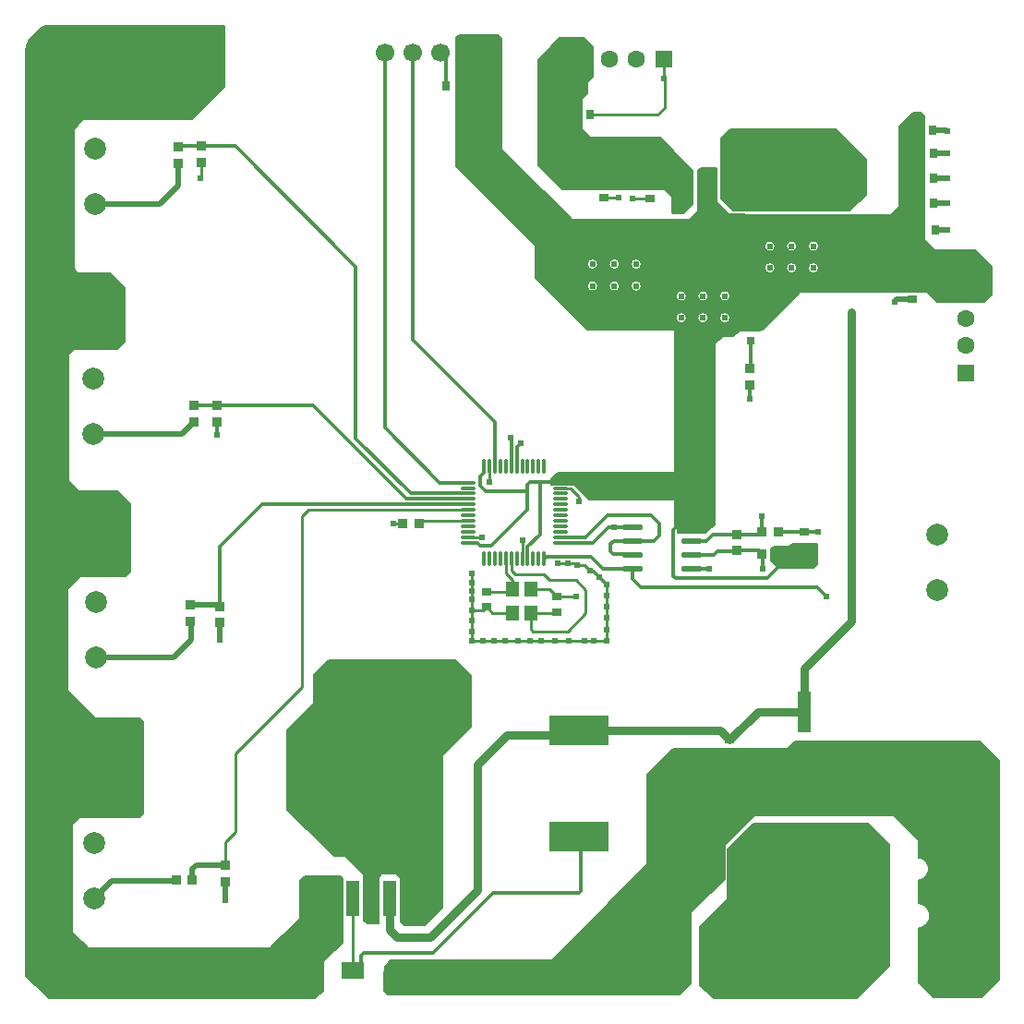
<source format=gtl>
G04 Layer: TopLayer*
G04 EasyEDA Pro v2.2.40.8, 2025-07-27 07:59:39*
G04 Gerber Generator version 0.3*
G04 Scale: 100 percent, Rotated: No, Reflected: No*
G04 Dimensions in millimeters*
G04 Leading zeros omitted, absolute positions, 4 integers and 5 decimals*
G04 Generated by one-click*
%FSLAX45Y45*%
%MOMM*%
%AMPolygonMacro1*4,1,8,-3.683,2.54,-5.461,2.54,-5.461,4.064,5.461,4.064,5.461,2.54,4.31749,2.54,4.31749,-4.064,-3.683,-4.064,-3.683,2.54,0*%
%ADD10C,0.2032*%
%ADD11R,0.8X0.9*%
%ADD12R,0.9X0.8*%
%ADD13R,2.04638X1.62001*%
%ADD14R,1.7X1.7*%
%ADD15C,1.7*%
%ADD16R,5.39999X2.79999*%
%ADD17R,0.8001X0.8001*%
%ADD18R,0.80648X0.86401*%
%ADD19R,0.8639X0.80648*%
%ADD20R,0.86401X0.80648*%
%ADD21R,1.15001X3.19999*%
%ADD22PolygonMacro1*%
%ADD23R,1.1X2.49999*%
%ADD24R,3.59999X2.34*%
%ADD25O,0.27X1.5*%
%ADD26O,1.5X0.27*%
%ADD27R,1.2X1.4*%
%ADD28C,1.6*%
%ADD29R,1.524X1.6*%
%ADD30R,1.6X1.524*%
%ADD31C,2.0*%
%ADD32O,1.95021X0.5684*%
%ADD33R,4.19999X1.4*%
%ADD34R,1.2X3.79999*%
%ADD35R,2.1X2.0*%
%ADD36R,2.49999X1.9*%
%ADD37R,2.0X2.0*%
%ADD38C,0.61*%
%ADD39C,0.254*%
%ADD40C,0.5*%
%ADD41C,0.3*%
%ADD42C,0.8*%
G75*


G04 Copper Start*
G36*
G01X6458784Y-8046284D02*
G01X6460987Y-8042988D01*
G01X6461760Y-8039100D01*
G01X6461760Y-7586108D01*
G01X6697696Y-7350173D01*
G01X7744605Y-7350173D01*
G01X7942463Y-7548030D01*
G01X7942463Y-8659951D01*
G01X7646374Y-8956040D01*
G01X6328745Y-8956040D01*
G01X6207760Y-8835055D01*
G01X6207760Y-8297308D01*
G01X6458784Y-8046284D01*
G37*
G36*
G01X232808Y-8956040D02*
G01X24522Y-8747754D01*
G01X21443Y-8723965D01*
G01X20414Y-8700000D01*
G01X20414Y-300000D01*
G01X21775Y-272449D01*
G01X25844Y-245166D01*
G01X32582Y-218416D01*
G01X41923Y-192461D01*
G01X53776Y-167553D01*
G01X167553Y-53776D01*
G01X190635Y-42692D01*
G01X214634Y-33765D01*
G01X1835497Y-33765D01*
G01X1844040Y-42308D01*
G01X1844040Y-592692D01*
G01X1545192Y-891540D01*
G01X558800Y-891540D01*
G01X554912Y-892313D01*
G01X551616Y-894516D01*
G01X462716Y-983416D01*
G01X460513Y-986712D01*
G01X459740Y-990600D01*
G01X459740Y-2260600D01*
G01X460513Y-2264488D01*
G01X462716Y-2267784D01*
G01X500816Y-2305884D01*
G01X504112Y-2308087D01*
G01X508000Y-2308860D01*
G01X795892Y-2308860D01*
G01X929640Y-2442608D01*
G01X929640Y-2929492D01*
G01X859392Y-2999740D01*
G01X469900Y-2999740D01*
G01X466012Y-3000513D01*
G01X462716Y-3002716D01*
G01X411916Y-3053516D01*
G01X409713Y-3056812D01*
G01X408940Y-3060700D01*
G01X408940Y-4203700D01*
G01X409713Y-4207588D01*
G01X411916Y-4210884D01*
G01X500816Y-4299784D01*
G01X504112Y-4301987D01*
G01X508000Y-4302760D01*
G01X859392Y-4302760D01*
G01X980440Y-4423808D01*
G01X980440Y-5042119D01*
G01X940019Y-5082540D01*
G01X532002Y-5082540D01*
G01X528114Y-5083313D01*
G01X524818Y-5085516D01*
G01X406280Y-5204054D01*
G01X404077Y-5207350D01*
G01X403304Y-5211238D01*
G01X403304Y-6128464D01*
G01X404077Y-6132352D01*
G01X406280Y-6135648D01*
G01X653216Y-6382584D01*
G01X656512Y-6384787D01*
G01X660400Y-6385560D01*
G01X1062592Y-6385560D01*
G01X1094740Y-6417708D01*
G01X1094740Y-7260192D01*
G01X1062592Y-7292340D01*
G01X520700Y-7292340D01*
G01X516812Y-7293113D01*
G01X513516Y-7295316D01*
G01X450016Y-7358816D01*
G01X447813Y-7362112D01*
G01X447040Y-7366000D01*
G01X447040Y-8344974D01*
G01X447813Y-8348862D01*
G01X450016Y-8352158D01*
G01X587678Y-8489821D01*
G01X590975Y-8492024D01*
G01X594863Y-8492797D01*
G01X2261563Y-8492797D01*
G01X2265451Y-8492024D01*
G01X2268747Y-8489821D01*
G01X2534484Y-8224084D01*
G01X2536687Y-8220788D01*
G01X2537460Y-8216900D01*
G01X2537460Y-7878208D01*
G01X2582308Y-7833360D01*
G01X2904092Y-7833360D01*
G01X2923540Y-7852808D01*
G01X2923540Y-8441292D01*
G01X2748716Y-8616116D01*
G01X2746513Y-8619412D01*
G01X2745740Y-8623300D01*
G01X2745740Y-8885792D01*
G01X2675492Y-8956040D01*
G01X232808Y-8956040D01*
G37*
G36*
G01X5887284Y-1542216D02*
G01X5883988Y-1540013D01*
G01X5880100Y-1539240D01*
G01X4944508Y-1539240D01*
G01X4721860Y-1316592D01*
G01X4721860Y-347108D01*
G01X4919108Y-149860D01*
G01X5139292Y-149860D01*
G01X5222240Y-232808D01*
G01X5222240Y-503792D01*
G01X5174416Y-551616D01*
G01X5172213Y-554912D01*
G01X5171440Y-558800D01*
G01X5171440Y-656192D01*
G01X5123616Y-704016D01*
G01X5121413Y-707312D01*
G01X5120640Y-711200D01*
G01X5120640Y-977900D01*
G01X5121413Y-981788D01*
G01X5123616Y-985084D01*
G01X5199816Y-1061284D01*
G01X5203112Y-1063487D01*
G01X5207000Y-1064260D01*
G01X5837792Y-1064260D01*
G01X6136640Y-1363108D01*
G01X6136640Y-1669462D01*
G01X6050962Y-1755140D01*
G01X5960508Y-1755140D01*
G01X5953760Y-1748392D01*
G01X5953760Y-1612900D01*
G01X5952987Y-1609012D01*
G01X5950784Y-1605716D01*
G01X5887284Y-1542216D01*
G37*
G36*
G01X4696460Y-2057400D02*
G01X6794386Y-2057400D01*
G01X6796121Y-2070578D01*
G01X6801207Y-2082857D01*
G01X6809298Y-2093402D01*
G01X6819843Y-2101493D01*
G01X6832122Y-2106579D01*
G01X6845300Y-2108314D01*
G01X6858478Y-2106579D01*
G01X6870757Y-2101493D01*
G01X6881302Y-2093402D01*
G01X6889393Y-2082857D01*
G01X6894479Y-2070578D01*
G01X6896214Y-2057400D01*
G01X6994386Y-2057400D01*
G01X6996121Y-2070578D01*
G01X7001207Y-2082857D01*
G01X7009298Y-2093402D01*
G01X7019843Y-2101493D01*
G01X7032122Y-2106579D01*
G01X7045300Y-2108314D01*
G01X7058478Y-2106579D01*
G01X7070757Y-2101493D01*
G01X7081302Y-2093402D01*
G01X7089393Y-2082857D01*
G01X7094479Y-2070578D01*
G01X7096214Y-2057400D01*
G01X7194386Y-2057400D01*
G01X7196121Y-2070578D01*
G01X7201207Y-2082857D01*
G01X7209298Y-2093402D01*
G01X7219843Y-2101493D01*
G01X7232122Y-2106579D01*
G01X7245300Y-2108314D01*
G01X7258478Y-2106579D01*
G01X7270757Y-2101493D01*
G01X7281302Y-2093402D01*
G01X7289393Y-2082857D01*
G01X7294479Y-2070578D01*
G01X7296214Y-2057400D01*
G01X7294479Y-2044222D01*
G01X7289393Y-2031943D01*
G01X7281302Y-2021398D01*
G01X7270757Y-2013307D01*
G01X7258478Y-2008221D01*
G01X7245300Y-2006486D01*
G01X7232122Y-2008221D01*
G01X7219843Y-2013307D01*
G01X7209298Y-2021398D01*
G01X7201207Y-2031943D01*
G01X7196121Y-2044222D01*
G01X7194386Y-2057400D01*
G01X7194386Y-2057400D01*
G01X7096214Y-2057400D01*
G01X7094479Y-2044222D01*
G01X7089393Y-2031943D01*
G01X7081302Y-2021398D01*
G01X7070757Y-2013307D01*
G01X7058478Y-2008221D01*
G01X7045300Y-2006486D01*
G01X7032122Y-2008221D01*
G01X7019843Y-2013307D01*
G01X7009298Y-2021398D01*
G01X7001207Y-2031943D01*
G01X6996121Y-2044222D01*
G01X6994386Y-2057400D01*
G01X6994386Y-2057400D01*
G01X6896214Y-2057400D01*
G01X6894479Y-2044222D01*
G01X6889393Y-2031943D01*
G01X6881302Y-2021398D01*
G01X6870757Y-2013307D01*
G01X6858478Y-2008221D01*
G01X6845300Y-2006486D01*
G01X6832122Y-2008221D01*
G01X6819843Y-2013307D01*
G01X6809298Y-2021398D01*
G01X6801207Y-2031943D01*
G01X6796121Y-2044222D01*
G01X6794386Y-2057400D01*
G01X6794386Y-2057400D01*
G01X4696460Y-2057400D01*
G01X4695687Y-2053512D01*
G01X4693484Y-2050216D01*
G01X3968206Y-1324938D01*
G01X3968206Y-148262D01*
G01X3992008Y-124460D01*
G01X4351892Y-124460D01*
G01X4384040Y-156608D01*
G01X4384040Y-1164043D01*
G01X4384813Y-1167931D01*
G01X4387016Y-1171227D01*
G01X5026373Y-1810584D01*
G01X5029669Y-1812787D01*
G01X5033557Y-1813560D01*
G01X6108700Y-1813560D01*
G01X6112588Y-1812787D01*
G01X6115884Y-1810584D01*
G01X6186292Y-1740176D01*
G01X6188495Y-1736880D01*
G01X6189268Y-1732992D01*
G01X6189268Y-1368900D01*
G01X6214508Y-1343660D01*
G01X6345792Y-1343660D01*
G01X6352540Y-1350408D01*
G01X6352540Y-1651000D01*
G01X6353313Y-1654888D01*
G01X6355516Y-1658184D01*
G01X6457116Y-1759784D01*
G01X6460412Y-1761987D01*
G01X6464300Y-1762760D01*
G01X6612492Y-1762760D01*
G01X6622216Y-1772484D01*
G01X6625512Y-1774687D01*
G01X6629400Y-1775460D01*
G01X7950200Y-1775460D01*
G01X7954088Y-1774687D01*
G01X7957384Y-1772484D01*
G01X8033584Y-1696284D01*
G01X8035787Y-1692988D01*
G01X8036560Y-1689100D01*
G01X8036560Y-956708D01*
G01X8157608Y-835660D01*
G01X8225392Y-835660D01*
G01X8257540Y-867808D01*
G01X8257540Y-1993900D01*
G01X8258313Y-1997788D01*
G01X8260516Y-2001084D01*
G01X8349416Y-2089984D01*
G01X8352712Y-2092187D01*
G01X8356600Y-2092960D01*
G01X8724377Y-2092960D01*
G01X8877245Y-2245829D01*
G01X8877245Y-2500286D01*
G01X8809592Y-2567940D01*
G01X8383524Y-2567940D01*
G01X8297690Y-2482106D01*
G01X8294393Y-2479904D01*
G01X8290505Y-2479130D01*
G01X8280491Y-2479130D01*
G01X7124701Y-2479040D01*
G01X7120812Y-2479813D01*
G01X7117516Y-2482016D01*
G01X6777592Y-2821940D01*
G01X5173108Y-2821940D01*
G01X5065768Y-2714600D01*
G01X5981586Y-2714600D01*
G01X5983321Y-2727778D01*
G01X5988407Y-2740057D01*
G01X5996498Y-2750602D01*
G01X6007043Y-2758693D01*
G01X6019322Y-2763779D01*
G01X6032500Y-2765514D01*
G01X6045678Y-2763779D01*
G01X6057957Y-2758693D01*
G01X6068502Y-2750602D01*
G01X6076593Y-2740057D01*
G01X6081679Y-2727778D01*
G01X6083414Y-2714600D01*
G01X6181586Y-2714600D01*
G01X6183321Y-2727778D01*
G01X6188407Y-2740057D01*
G01X6196498Y-2750602D01*
G01X6207043Y-2758693D01*
G01X6219322Y-2763779D01*
G01X6232500Y-2765514D01*
G01X6245678Y-2763779D01*
G01X6257957Y-2758693D01*
G01X6268502Y-2750602D01*
G01X6276593Y-2740057D01*
G01X6281679Y-2727778D01*
G01X6283414Y-2714600D01*
G01X6381586Y-2714600D01*
G01X6383321Y-2727778D01*
G01X6388407Y-2740057D01*
G01X6396498Y-2750602D01*
G01X6407043Y-2758693D01*
G01X6419322Y-2763779D01*
G01X6432500Y-2765514D01*
G01X6445678Y-2763779D01*
G01X6457957Y-2758693D01*
G01X6468502Y-2750602D01*
G01X6476593Y-2740057D01*
G01X6481679Y-2727778D01*
G01X6483414Y-2714600D01*
G01X6481679Y-2701422D01*
G01X6476593Y-2689143D01*
G01X6468502Y-2678598D01*
G01X6457957Y-2670507D01*
G01X6445678Y-2665421D01*
G01X6432500Y-2663686D01*
G01X6419322Y-2665421D01*
G01X6407043Y-2670507D01*
G01X6396498Y-2678598D01*
G01X6388407Y-2689143D01*
G01X6383321Y-2701422D01*
G01X6381586Y-2714600D01*
G01X6381586Y-2714600D01*
G01X6283414Y-2714600D01*
G01X6281679Y-2701422D01*
G01X6276593Y-2689143D01*
G01X6268502Y-2678598D01*
G01X6257957Y-2670507D01*
G01X6245678Y-2665421D01*
G01X6232500Y-2663686D01*
G01X6219322Y-2665421D01*
G01X6207043Y-2670507D01*
G01X6196498Y-2678598D01*
G01X6188407Y-2689143D01*
G01X6183321Y-2701422D01*
G01X6181586Y-2714600D01*
G01X6181586Y-2714600D01*
G01X6083414Y-2714600D01*
G01X6081679Y-2701422D01*
G01X6076593Y-2689143D01*
G01X6068502Y-2678598D01*
G01X6057957Y-2670507D01*
G01X6045678Y-2665421D01*
G01X6032500Y-2663686D01*
G01X6019322Y-2665421D01*
G01X6007043Y-2670507D01*
G01X5996498Y-2678598D01*
G01X5988407Y-2689143D01*
G01X5983321Y-2701422D01*
G01X5981586Y-2714600D01*
G01X5981586Y-2714600D01*
G01X5065768Y-2714600D01*
G01X4865768Y-2514600D01*
G01X5981586Y-2514600D01*
G01X5983321Y-2527778D01*
G01X5988407Y-2540057D01*
G01X5996498Y-2550602D01*
G01X6007043Y-2558693D01*
G01X6019322Y-2563779D01*
G01X6032500Y-2565514D01*
G01X6045678Y-2563779D01*
G01X6057957Y-2558693D01*
G01X6068502Y-2550602D01*
G01X6076593Y-2540057D01*
G01X6081679Y-2527778D01*
G01X6083414Y-2514600D01*
G01X6181586Y-2514600D01*
G01X6183321Y-2527778D01*
G01X6188407Y-2540057D01*
G01X6196498Y-2550602D01*
G01X6207043Y-2558693D01*
G01X6219322Y-2563779D01*
G01X6232500Y-2565514D01*
G01X6245678Y-2563779D01*
G01X6257957Y-2558693D01*
G01X6268502Y-2550602D01*
G01X6276593Y-2540057D01*
G01X6281679Y-2527778D01*
G01X6283414Y-2514600D01*
G01X6381586Y-2514600D01*
G01X6383321Y-2527778D01*
G01X6388407Y-2540057D01*
G01X6396498Y-2550602D01*
G01X6407043Y-2558693D01*
G01X6419322Y-2563779D01*
G01X6432500Y-2565514D01*
G01X6445678Y-2563779D01*
G01X6457957Y-2558693D01*
G01X6468502Y-2550602D01*
G01X6476593Y-2540057D01*
G01X6481679Y-2527778D01*
G01X6483414Y-2514600D01*
G01X6481679Y-2501422D01*
G01X6476593Y-2489143D01*
G01X6468502Y-2478598D01*
G01X6457957Y-2470507D01*
G01X6445678Y-2465421D01*
G01X6432500Y-2463686D01*
G01X6419322Y-2465421D01*
G01X6407043Y-2470507D01*
G01X6396498Y-2478598D01*
G01X6388407Y-2489143D01*
G01X6383321Y-2501422D01*
G01X6381586Y-2514600D01*
G01X6381586Y-2514600D01*
G01X6283414Y-2514600D01*
G01X6281679Y-2501422D01*
G01X6276593Y-2489143D01*
G01X6268502Y-2478598D01*
G01X6257957Y-2470507D01*
G01X6245678Y-2465421D01*
G01X6232500Y-2463686D01*
G01X6219322Y-2465421D01*
G01X6207043Y-2470507D01*
G01X6196498Y-2478598D01*
G01X6188407Y-2489143D01*
G01X6183321Y-2501422D01*
G01X6181586Y-2514600D01*
G01X6181586Y-2514600D01*
G01X6083414Y-2514600D01*
G01X6081679Y-2501422D01*
G01X6076593Y-2489143D01*
G01X6068502Y-2478598D01*
G01X6057957Y-2470507D01*
G01X6045678Y-2465421D01*
G01X6032500Y-2463686D01*
G01X6019322Y-2465421D01*
G01X6007043Y-2470507D01*
G01X5996498Y-2478598D01*
G01X5988407Y-2489143D01*
G01X5983321Y-2501422D01*
G01X5981586Y-2514600D01*
G01X5981586Y-2514600D01*
G01X4865768Y-2514600D01*
G01X4773668Y-2422500D01*
G01X5168786Y-2422500D01*
G01X5170521Y-2435678D01*
G01X5175607Y-2447957D01*
G01X5183698Y-2458502D01*
G01X5194243Y-2466593D01*
G01X5206522Y-2471679D01*
G01X5219700Y-2473414D01*
G01X5232878Y-2471679D01*
G01X5245157Y-2466593D01*
G01X5255702Y-2458502D01*
G01X5263793Y-2447957D01*
G01X5268879Y-2435678D01*
G01X5270614Y-2422500D01*
G01X5368786Y-2422500D01*
G01X5370521Y-2435678D01*
G01X5375607Y-2447957D01*
G01X5383698Y-2458502D01*
G01X5394243Y-2466593D01*
G01X5406522Y-2471679D01*
G01X5419700Y-2473414D01*
G01X5432878Y-2471679D01*
G01X5445157Y-2466593D01*
G01X5455702Y-2458502D01*
G01X5463793Y-2447957D01*
G01X5468879Y-2435678D01*
G01X5470614Y-2422500D01*
G01X5568786Y-2422500D01*
G01X5570521Y-2435678D01*
G01X5575607Y-2447957D01*
G01X5583698Y-2458502D01*
G01X5594243Y-2466593D01*
G01X5606522Y-2471679D01*
G01X5619700Y-2473414D01*
G01X5632878Y-2471679D01*
G01X5645157Y-2466593D01*
G01X5655702Y-2458502D01*
G01X5663793Y-2447957D01*
G01X5668879Y-2435678D01*
G01X5670614Y-2422500D01*
G01X5668879Y-2409322D01*
G01X5663793Y-2397043D01*
G01X5655702Y-2386498D01*
G01X5645157Y-2378407D01*
G01X5632878Y-2373321D01*
G01X5619700Y-2371586D01*
G01X5606522Y-2373321D01*
G01X5594243Y-2378407D01*
G01X5583698Y-2386498D01*
G01X5575607Y-2397043D01*
G01X5570521Y-2409322D01*
G01X5568786Y-2422500D01*
G01X5568786Y-2422500D01*
G01X5470614Y-2422500D01*
G01X5468879Y-2409322D01*
G01X5463793Y-2397043D01*
G01X5455702Y-2386498D01*
G01X5445157Y-2378407D01*
G01X5432878Y-2373321D01*
G01X5419700Y-2371586D01*
G01X5406522Y-2373321D01*
G01X5394243Y-2378407D01*
G01X5383698Y-2386498D01*
G01X5375607Y-2397043D01*
G01X5370521Y-2409322D01*
G01X5368786Y-2422500D01*
G01X5368786Y-2422500D01*
G01X5270614Y-2422500D01*
G01X5268879Y-2409322D01*
G01X5263793Y-2397043D01*
G01X5255702Y-2386498D01*
G01X5245157Y-2378407D01*
G01X5232878Y-2373321D01*
G01X5219700Y-2371586D01*
G01X5206522Y-2373321D01*
G01X5194243Y-2378407D01*
G01X5183698Y-2386498D01*
G01X5175607Y-2397043D01*
G01X5170521Y-2409322D01*
G01X5168786Y-2422500D01*
G01X5168786Y-2422500D01*
G01X4773668Y-2422500D01*
G01X4696460Y-2345292D01*
G01X4696460Y-2222500D01*
G01X5168786Y-2222500D01*
G01X5170521Y-2235678D01*
G01X5175607Y-2247957D01*
G01X5183698Y-2258502D01*
G01X5194243Y-2266593D01*
G01X5206522Y-2271679D01*
G01X5219700Y-2273414D01*
G01X5232878Y-2271679D01*
G01X5245157Y-2266593D01*
G01X5255702Y-2258502D01*
G01X5263793Y-2247957D01*
G01X5268879Y-2235678D01*
G01X5270614Y-2222500D01*
G01X5368786Y-2222500D01*
G01X5370521Y-2235678D01*
G01X5375607Y-2247957D01*
G01X5383698Y-2258502D01*
G01X5394243Y-2266593D01*
G01X5406522Y-2271679D01*
G01X5419700Y-2273414D01*
G01X5432878Y-2271679D01*
G01X5445157Y-2266593D01*
G01X5455702Y-2258502D01*
G01X5463793Y-2247957D01*
G01X5468879Y-2235678D01*
G01X5470614Y-2222500D01*
G01X5568786Y-2222500D01*
G01X5570521Y-2235678D01*
G01X5575607Y-2247957D01*
G01X5583698Y-2258502D01*
G01X5594243Y-2266593D01*
G01X5606522Y-2271679D01*
G01X5619700Y-2273414D01*
G01X5632878Y-2271679D01*
G01X5645157Y-2266593D01*
G01X5655702Y-2258502D01*
G01X5656547Y-2257400D01*
G01X6794386Y-2257400D01*
G01X6796121Y-2270578D01*
G01X6801207Y-2282857D01*
G01X6809298Y-2293402D01*
G01X6819843Y-2301493D01*
G01X6832122Y-2306579D01*
G01X6845300Y-2308314D01*
G01X6858478Y-2306579D01*
G01X6870757Y-2301493D01*
G01X6881302Y-2293402D01*
G01X6889393Y-2282857D01*
G01X6894479Y-2270578D01*
G01X6896214Y-2257400D01*
G01X6994386Y-2257400D01*
G01X6996121Y-2270578D01*
G01X7001207Y-2282857D01*
G01X7009298Y-2293402D01*
G01X7019843Y-2301493D01*
G01X7032122Y-2306579D01*
G01X7045300Y-2308314D01*
G01X7058478Y-2306579D01*
G01X7070757Y-2301493D01*
G01X7081302Y-2293402D01*
G01X7089393Y-2282857D01*
G01X7094479Y-2270578D01*
G01X7096214Y-2257400D01*
G01X7194386Y-2257400D01*
G01X7196121Y-2270578D01*
G01X7201207Y-2282857D01*
G01X7209298Y-2293402D01*
G01X7219843Y-2301493D01*
G01X7232122Y-2306579D01*
G01X7245300Y-2308314D01*
G01X7258478Y-2306579D01*
G01X7270757Y-2301493D01*
G01X7281302Y-2293402D01*
G01X7289393Y-2282857D01*
G01X7294479Y-2270578D01*
G01X7296214Y-2257400D01*
G01X7294479Y-2244222D01*
G01X7289393Y-2231943D01*
G01X7281302Y-2221398D01*
G01X7270757Y-2213307D01*
G01X7258478Y-2208221D01*
G01X7245300Y-2206486D01*
G01X7232122Y-2208221D01*
G01X7219843Y-2213307D01*
G01X7209298Y-2221398D01*
G01X7201207Y-2231943D01*
G01X7196121Y-2244222D01*
G01X7194386Y-2257400D01*
G01X7194386Y-2257400D01*
G01X7096214Y-2257400D01*
G01X7094479Y-2244222D01*
G01X7089393Y-2231943D01*
G01X7081302Y-2221398D01*
G01X7070757Y-2213307D01*
G01X7058478Y-2208221D01*
G01X7045300Y-2206486D01*
G01X7032122Y-2208221D01*
G01X7019843Y-2213307D01*
G01X7009298Y-2221398D01*
G01X7001207Y-2231943D01*
G01X6996121Y-2244222D01*
G01X6994386Y-2257400D01*
G01X6994386Y-2257400D01*
G01X6896214Y-2257400D01*
G01X6894479Y-2244222D01*
G01X6889393Y-2231943D01*
G01X6881302Y-2221398D01*
G01X6870757Y-2213307D01*
G01X6858478Y-2208221D01*
G01X6845300Y-2206486D01*
G01X6832122Y-2208221D01*
G01X6819843Y-2213307D01*
G01X6809298Y-2221398D01*
G01X6801207Y-2231943D01*
G01X6796121Y-2244222D01*
G01X6794386Y-2257400D01*
G01X6794386Y-2257400D01*
G01X5656547Y-2257400D01*
G01X5663793Y-2247957D01*
G01X5668879Y-2235678D01*
G01X5670614Y-2222500D01*
G01X5668879Y-2209322D01*
G01X5663793Y-2197043D01*
G01X5655702Y-2186498D01*
G01X5645157Y-2178407D01*
G01X5632878Y-2173321D01*
G01X5619700Y-2171586D01*
G01X5606522Y-2173321D01*
G01X5594243Y-2178407D01*
G01X5583698Y-2186498D01*
G01X5575607Y-2197043D01*
G01X5570521Y-2209322D01*
G01X5568786Y-2222500D01*
G01X5568786Y-2222500D01*
G01X5470614Y-2222500D01*
G01X5468879Y-2209322D01*
G01X5463793Y-2197043D01*
G01X5455702Y-2186498D01*
G01X5445157Y-2178407D01*
G01X5432878Y-2173321D01*
G01X5419700Y-2171586D01*
G01X5406522Y-2173321D01*
G01X5394243Y-2178407D01*
G01X5383698Y-2186498D01*
G01X5375607Y-2197043D01*
G01X5370521Y-2209322D01*
G01X5368786Y-2222500D01*
G01X5368786Y-2222500D01*
G01X5270614Y-2222500D01*
G01X5268879Y-2209322D01*
G01X5263793Y-2197043D01*
G01X5255702Y-2186498D01*
G01X5245157Y-2178407D01*
G01X5232878Y-2173321D01*
G01X5219700Y-2171586D01*
G01X5206522Y-2173321D01*
G01X5194243Y-2178407D01*
G01X5183698Y-2186498D01*
G01X5175607Y-2197043D01*
G01X5170521Y-2209322D01*
G01X5168786Y-2222500D01*
G01X5168786Y-2222500D01*
G01X4696460Y-2222500D01*
G01X4696460Y-2057400D01*
G37*
G36*
G01X6855460Y-4835020D02*
G01X6877884Y-4812596D01*
G01X6879338Y-4810760D01*
G01X7023100Y-4810760D01*
G01X7026988Y-4809987D01*
G01X7030284Y-4807784D01*
G01X7052708Y-4785360D01*
G01X7272892Y-4785360D01*
G01X7279640Y-4792108D01*
G01X7279640Y-4974192D01*
G01X7247492Y-5006340D01*
G01X6925708Y-5006340D01*
G01X6855460Y-4936092D01*
G01X6855460Y-4835020D01*
G37*
G36*
G01X6004560Y-4660900D02*
G01X6003787Y-4657012D01*
G01X6001584Y-4653716D01*
G01X5979160Y-4631292D01*
G01X5979160Y-2714600D01*
G01X5981586Y-2714600D01*
G01X5983321Y-2727778D01*
G01X5988407Y-2740057D01*
G01X5996498Y-2750602D01*
G01X6007043Y-2758693D01*
G01X6019322Y-2763779D01*
G01X6032500Y-2765514D01*
G01X6045678Y-2763779D01*
G01X6057957Y-2758693D01*
G01X6068502Y-2750602D01*
G01X6076593Y-2740057D01*
G01X6081679Y-2727778D01*
G01X6083414Y-2714600D01*
G01X6181586Y-2714600D01*
G01X6183321Y-2727778D01*
G01X6188407Y-2740057D01*
G01X6196498Y-2750602D01*
G01X6207043Y-2758693D01*
G01X6219322Y-2763779D01*
G01X6232500Y-2765514D01*
G01X6245678Y-2763779D01*
G01X6257957Y-2758693D01*
G01X6268502Y-2750602D01*
G01X6276593Y-2740057D01*
G01X6281679Y-2727778D01*
G01X6283414Y-2714600D01*
G01X6381586Y-2714600D01*
G01X6383321Y-2727778D01*
G01X6388407Y-2740057D01*
G01X6396498Y-2750602D01*
G01X6407043Y-2758693D01*
G01X6419322Y-2763779D01*
G01X6432500Y-2765514D01*
G01X6445678Y-2763779D01*
G01X6457957Y-2758693D01*
G01X6468502Y-2750602D01*
G01X6476593Y-2740057D01*
G01X6481679Y-2727778D01*
G01X6483414Y-2714600D01*
G01X6481679Y-2701422D01*
G01X6476593Y-2689143D01*
G01X6468502Y-2678598D01*
G01X6457957Y-2670507D01*
G01X6445678Y-2665421D01*
G01X6432500Y-2663686D01*
G01X6419322Y-2665421D01*
G01X6407043Y-2670507D01*
G01X6396498Y-2678598D01*
G01X6388407Y-2689143D01*
G01X6383321Y-2701422D01*
G01X6381586Y-2714600D01*
G01X6381586Y-2714600D01*
G01X6283414Y-2714600D01*
G01X6281679Y-2701422D01*
G01X6276593Y-2689143D01*
G01X6268502Y-2678598D01*
G01X6257957Y-2670507D01*
G01X6245678Y-2665421D01*
G01X6232500Y-2663686D01*
G01X6219322Y-2665421D01*
G01X6207043Y-2670507D01*
G01X6196498Y-2678598D01*
G01X6188407Y-2689143D01*
G01X6183321Y-2701422D01*
G01X6181586Y-2714600D01*
G01X6181586Y-2714600D01*
G01X6083414Y-2714600D01*
G01X6081679Y-2701422D01*
G01X6076593Y-2689143D01*
G01X6068502Y-2678598D01*
G01X6057957Y-2670507D01*
G01X6045678Y-2665421D01*
G01X6032500Y-2663686D01*
G01X6019322Y-2665421D01*
G01X6007043Y-2670507D01*
G01X5996498Y-2678598D01*
G01X5988407Y-2689143D01*
G01X5983321Y-2701422D01*
G01X5981586Y-2714600D01*
G01X5981586Y-2714600D01*
G01X5979160Y-2714600D01*
G01X5979160Y-2671208D01*
G01X6011308Y-2639060D01*
G01X6771640Y-2639060D01*
G01X6771640Y-2641600D01*
G01X6772413Y-2645488D01*
G01X6774616Y-2648784D01*
G01X6856332Y-2730500D01*
G01X6752192Y-2834640D01*
G01X6565900Y-2834640D01*
G01X6562012Y-2835413D01*
G01X6558716Y-2837616D01*
G01X6510892Y-2885440D01*
G01X6413500Y-2885440D01*
G01X6409612Y-2886213D01*
G01X6406316Y-2888416D01*
G01X6342816Y-2951916D01*
G01X6340613Y-2955212D01*
G01X6339840Y-2959100D01*
G01X6339840Y-4605892D01*
G01X6256892Y-4688840D01*
G01X6004560Y-4688840D01*
G01X6004560Y-4660900D01*
G37*
G36*
G01X4863493Y-4241093D02*
G01X4856072Y-4241914D01*
G01X4849011Y-4244340D01*
G01X4840360Y-4244340D01*
G01X4840360Y-4195207D01*
G01X4897907Y-4137660D01*
G01X6142592Y-4137660D01*
G01X6212840Y-4207908D01*
G01X6212840Y-4313792D01*
G01X6142592Y-4384040D01*
G01X5185808Y-4384040D01*
G01X5049084Y-4247316D01*
G01X5045788Y-4245113D01*
G01X5041900Y-4244340D01*
G01X5028994Y-4244340D01*
G01X5022866Y-4242510D01*
G01X5016500Y-4241893D01*
G01X4993816Y-4241893D01*
G01X4986492Y-4241093D01*
G01X4863493Y-4241093D01*
G37*
G36*
G01X8314212Y-8197343D02*
G01X8312359Y-8176744D01*
G01X8306859Y-8156806D01*
G01X8297889Y-8138170D01*
G01X8285736Y-8121434D01*
G01X8270792Y-8107136D01*
G01X8253536Y-8095734D01*
G01X8234521Y-8087596D01*
G01X8214360Y-8082982D01*
G01X8214360Y-7871607D01*
G01X8232557Y-7867210D01*
G01X8249690Y-7859663D01*
G01X8265217Y-7849205D01*
G01X8278650Y-7836165D01*
G01X8289564Y-7820954D01*
G01X8297615Y-7804053D01*
G01X8302550Y-7785994D01*
G01X8304213Y-7767347D01*
G01X8302550Y-7748700D01*
G01X8297615Y-7730641D01*
G01X8289564Y-7713739D01*
G01X8278650Y-7698529D01*
G01X8265217Y-7685489D01*
G01X8249690Y-7675030D01*
G01X8232557Y-7667484D01*
G01X8214360Y-7663087D01*
G01X8214360Y-7515305D01*
G01X8213587Y-7511417D01*
G01X8211384Y-7508121D01*
G01X7983411Y-7280148D01*
G01X7980115Y-7277946D01*
G01X7976227Y-7277172D01*
G01X6708068Y-7277172D01*
G01X6704180Y-7277946D01*
G01X6700883Y-7280148D01*
G01X6431716Y-7549316D01*
G01X6429513Y-7552612D01*
G01X6428740Y-7556500D01*
G01X6428740Y-7856865D01*
G01X6120884Y-8164721D01*
G01X6118681Y-8168017D01*
G01X6117908Y-8171905D01*
G01X6117908Y-8815624D01*
G01X6015592Y-8917940D01*
G01X3344308Y-8917940D01*
G01X3312160Y-8885792D01*
G01X3312160Y-8707141D01*
G01X3312617Y-8706684D01*
G01X3314819Y-8703388D01*
G01X3315593Y-8699500D01*
G01X3315593Y-8662176D01*
G01X3369708Y-8608060D01*
G01X4838700Y-8608060D01*
G01X4842588Y-8607287D01*
G01X4845884Y-8605084D01*
G01X5722184Y-7728784D01*
G01X5724387Y-7725488D01*
G01X5725160Y-7721600D01*
G01X5725160Y-6900308D01*
G01X5960508Y-6664960D01*
G01X7009609Y-6664960D01*
G01X7013497Y-6664187D01*
G01X7016793Y-6661984D01*
G01X7077317Y-6601460D01*
G01X8771492Y-6601460D01*
G01X8943340Y-6773308D01*
G01X8943340Y-8784192D01*
G01X8784192Y-8943340D01*
G01X8348108Y-8943340D01*
G01X8214360Y-8809592D01*
G01X8214360Y-8311704D01*
G01X8234521Y-8307090D01*
G01X8253536Y-8298952D01*
G01X8270792Y-8287551D01*
G01X8285736Y-8273253D01*
G01X8297889Y-8256517D01*
G01X8306859Y-8237881D01*
G01X8312359Y-8217943D01*
G01X8314212Y-8197343D01*
G37*
G36*
G01X7724140Y-1261508D02*
G01X7724140Y-1583292D01*
G01X7577692Y-1729740D01*
G01X6506608Y-1729740D01*
G01X6398260Y-1621392D01*
G01X6398260Y-1069193D01*
G01X6483950Y-983503D01*
G01X7446134Y-983503D01*
G01X7724140Y-1261508D01*
G37*
G36*
G01X3678792Y-8282940D02*
G01X3496708Y-8282940D01*
G01X3464560Y-8250792D01*
G01X3464560Y-7861300D01*
G01X3463787Y-7857412D01*
G01X3461584Y-7854116D01*
G01X3423484Y-7816016D01*
G01X3420188Y-7813813D01*
G01X3416300Y-7813040D01*
G01X3289300Y-7813040D01*
G01X3285412Y-7813813D01*
G01X3282116Y-7816016D01*
G01X3256716Y-7841416D01*
G01X3254513Y-7844712D01*
G01X3253740Y-7848600D01*
G01X3253740Y-8263492D01*
G01X3246992Y-8270240D01*
G01X3153808Y-8270240D01*
G01X3121660Y-8238092D01*
G01X3121660Y-7823200D01*
G01X3120887Y-7819312D01*
G01X3118684Y-7816016D01*
G01X2953584Y-7650916D01*
G01X2950288Y-7648713D01*
G01X2946400Y-7647940D01*
G01X2849008Y-7647940D01*
G01X2423160Y-7222092D01*
G01X2423160Y-6493908D01*
G01X2661484Y-6255584D01*
G01X2663687Y-6252288D01*
G01X2664460Y-6248400D01*
G01X2664460Y-5985908D01*
G01X2798208Y-5852160D01*
G01X3958192Y-5852160D01*
G01X4104640Y-5998608D01*
G01X4104640Y-6460092D01*
G01X3840916Y-6723816D01*
G01X3838713Y-6727112D01*
G01X3837940Y-6731000D01*
G01X3837940Y-8123792D01*
G01X3678792Y-8282940D01*
G37*
G54D10*
G01X6458784Y-8046284D02*
G03X6461760Y-8039100I-7184J7184D01*
G01X6461760Y-7586108D01*
G01X6697696Y-7350173D01*
G01X7744605Y-7350173D01*
G01X7942463Y-7548030D01*
G01X7942463Y-8659951D01*
G01X7646374Y-8956040D01*
G01X6328745Y-8956040D01*
G01X6207760Y-8835055D01*
G01X6207760Y-8297308D01*
G01X6458784Y-8046284D01*
G01X232808Y-8956040D02*
G01X24522Y-8747754D01*
G02X20414Y-8700000I275478J47754D01*
G01X20414Y-300000D01*
G02X53776Y-167553I279586J0D01*
G01X167553Y-53776D01*
G02X214634Y-33765I132447J-246224D01*
G01X1835497Y-33765D01*
G01X1844040Y-42308D01*
G01X1844040Y-592692D01*
G01X1545192Y-891540D01*
G01X558800Y-891540D01*
G03X551616Y-894516I0J-10160D01*
G01X462716Y-983416D01*
G03X459740Y-990600I7184J-7184D01*
G01X459740Y-2260600D01*
G03X462716Y-2267784I10160J0D01*
G01X500816Y-2305884D01*
G03X508000Y-2308860I7184J7184D01*
G01X795892Y-2308860D01*
G01X929640Y-2442608D01*
G01X929640Y-2929492D01*
G01X859392Y-2999740D01*
G01X469900Y-2999740D01*
G03X462716Y-3002716I0J-10160D01*
G01X411916Y-3053516D01*
G03X408940Y-3060700I7184J-7184D01*
G01X408940Y-4203700D01*
G03X411916Y-4210884I10160J0D01*
G01X500816Y-4299784D01*
G03X508000Y-4302760I7184J7184D01*
G01X859392Y-4302760D01*
G01X980440Y-4423808D01*
G01X980440Y-5042119D01*
G01X940019Y-5082540D01*
G01X532002Y-5082540D01*
G03X524818Y-5085516I0J-10160D01*
G01X406280Y-5204054D01*
G03X403304Y-5211238I7184J-7184D01*
G01X403304Y-6128464D01*
G03X406280Y-6135648I10160J0D01*
G01X653216Y-6382584D01*
G03X660400Y-6385560I7184J7184D01*
G01X1062592Y-6385560D01*
G01X1094740Y-6417708D01*
G01X1094740Y-7260192D01*
G01X1062592Y-7292340D01*
G01X520700Y-7292340D01*
G03X513516Y-7295316I0J-10160D01*
G01X450016Y-7358816D01*
G03X447040Y-7366000I7184J-7184D01*
G01X447040Y-8344974D01*
G03X450016Y-8352158I10160J0D01*
G01X587678Y-8489821D01*
G03X594863Y-8492797I7184J7184D01*
G01X2261563Y-8492797D01*
G03X2268747Y-8489821I0J10160D01*
G01X2534484Y-8224084D01*
G03X2537460Y-8216900I-7184J7184D01*
G01X2537460Y-7878208D01*
G01X2582308Y-7833360D01*
G01X2904092Y-7833360D01*
G01X2923540Y-7852808D01*
G01X2923540Y-8441292D01*
G01X2748716Y-8616116D01*
G03X2745740Y-8623300I7184J-7184D01*
G01X2745740Y-8885792D01*
G01X2675492Y-8956040D01*
G01X232808Y-8956040D01*
G01X5887284Y-1542216D02*
G03X5880100Y-1539240I-7184J-7184D01*
G01X4944508Y-1539240D01*
G01X4721860Y-1316592D01*
G01X4721860Y-347108D01*
G01X4919108Y-149860D01*
G01X5139292Y-149860D01*
G01X5222240Y-232808D01*
G01X5222240Y-503792D01*
G01X5174416Y-551616D01*
G03X5171440Y-558800I7184J-7184D01*
G01X5171440Y-656192D01*
G01X5123616Y-704016D01*
G03X5120640Y-711200I7184J-7184D01*
G01X5120640Y-977900D01*
G03X5123616Y-985084I10160J0D01*
G01X5199816Y-1061284D01*
G03X5207000Y-1064260I7184J7184D01*
G01X5837792Y-1064260D01*
G01X6136640Y-1363108D01*
G01X6136640Y-1669462D01*
G01X6050962Y-1755140D01*
G01X5960508Y-1755140D01*
G01X5953760Y-1748392D01*
G01X5953760Y-1612900D01*
G03X5950784Y-1605716I-10160J0D01*
G01X5887284Y-1542216D01*
G01X4696460Y-2057400D02*
G03X4693484Y-2050216I-10160J0D01*
G01X3968206Y-1324938D01*
G01X3968206Y-148262D01*
G01X3992008Y-124460D01*
G01X4351892Y-124460D01*
G01X4384040Y-156608D01*
G01X4384040Y-1164043D01*
G03X4387016Y-1171227I10160J0D01*
G01X5026373Y-1810584D01*
G03X5033557Y-1813560I7184J7184D01*
G01X6108700Y-1813560D01*
G03X6115884Y-1810584I0J10160D01*
G01X6186292Y-1740176D01*
G03X6189268Y-1732992I-7184J7184D01*
G01X6189268Y-1368900D01*
G01X6214508Y-1343660D01*
G01X6345792Y-1343660D01*
G01X6352540Y-1350408D01*
G01X6352540Y-1651000D01*
G03X6355516Y-1658184I10160J0D01*
G01X6457116Y-1759784D01*
G03X6464300Y-1762760I7184J7184D01*
G01X6612492Y-1762760D01*
G01X6622216Y-1772484D01*
G03X6629400Y-1775460I7184J7184D01*
G01X7950200Y-1775460D01*
G03X7957384Y-1772484I0J10160D01*
G01X8033584Y-1696284D01*
G03X8036560Y-1689100I-7184J7184D01*
G01X8036560Y-956708D01*
G01X8157608Y-835660D01*
G01X8225392Y-835660D01*
G01X8257540Y-867808D01*
G01X8257540Y-1993900D01*
G03X8260516Y-2001084I10160J0D01*
G01X8349416Y-2089984D01*
G03X8356600Y-2092960I7184J7184D01*
G01X8724377Y-2092960D01*
G01X8877245Y-2245829D01*
G01X8877245Y-2500286D01*
G01X8809592Y-2567940D01*
G01X8383524Y-2567940D01*
G01X8297690Y-2482106D01*
G03X8290505Y-2479130I-7184J-7184D01*
G01X8280491Y-2479130D01*
G01X7124701Y-2479040D01*
G03X7117516Y-2482016I-1J-10160D01*
G01X6777592Y-2821940D01*
G01X5173108Y-2821940D01*
G01X4696460Y-2345292D01*
G01X4696460Y-2057400D01*
G01X5168786Y-2422500D02*
G03X5270614Y-2422500I50914J0D01*
G03X5168786Y-2422500I-50914J0D01*
G01X5168786Y-2222500D02*
G03X5270614Y-2222500I50914J0D01*
G03X5168786Y-2222500I-50914J0D01*
G01X5368786Y-2422500D02*
G03X5470614Y-2422500I50914J0D01*
G03X5368786Y-2422500I-50914J0D01*
G01X5368786Y-2222500D02*
G03X5470614Y-2222500I50914J0D01*
G03X5368786Y-2222500I-50914J0D01*
G01X5568786Y-2422500D02*
G03X5670614Y-2422500I50914J0D01*
G03X5568786Y-2422500I-50914J0D01*
G01X5568786Y-2222500D02*
G03X5670614Y-2222500I50914J0D01*
G03X5568786Y-2222500I-50914J0D01*
G01X5981586Y-2714600D02*
G03X6083414Y-2714600I50914J0D01*
G03X5981586Y-2714600I-50914J0D01*
G01X5981586Y-2514600D02*
G03X6083414Y-2514600I50914J0D01*
G03X5981586Y-2514600I-50914J0D01*
G01X6181586Y-2714600D02*
G03X6283414Y-2714600I50914J0D01*
G03X6181586Y-2714600I-50914J0D01*
G01X6181586Y-2514600D02*
G03X6283414Y-2514600I50914J0D01*
G03X6181586Y-2514600I-50914J0D01*
G01X6381586Y-2514600D02*
G03X6483414Y-2514600I50914J0D01*
G03X6381586Y-2514600I-50914J0D01*
G01X6381586Y-2714600D02*
G03X6483414Y-2714600I50914J0D01*
G03X6381586Y-2714600I-50914J0D01*
G01X6794386Y-2057400D02*
G03X6896214Y-2057400I50914J0D01*
G03X6794386Y-2057400I-50914J0D01*
G01X6794386Y-2257400D02*
G03X6896214Y-2257400I50914J0D01*
G03X6794386Y-2257400I-50914J0D01*
G01X6994386Y-2057400D02*
G03X7096214Y-2057400I50914J0D01*
G03X6994386Y-2057400I-50914J0D01*
G01X6994386Y-2257400D02*
G03X7096214Y-2257400I50914J0D01*
G03X6994386Y-2257400I-50914J0D01*
G01X7194386Y-2057400D02*
G03X7296214Y-2057400I50914J0D01*
G03X7194386Y-2057400I-50914J0D01*
G01X7194386Y-2257400D02*
G03X7296214Y-2257400I50914J0D01*
G03X7194386Y-2257400I-50914J0D01*
G01X6855460Y-4835020D02*
G01X6877884Y-4812596D01*
G01X6879338Y-4810760D01*
G01X7023100Y-4810760D01*
G03X7030284Y-4807784I0J10160D01*
G01X7052708Y-4785360D01*
G01X7272892Y-4785360D01*
G01X7279640Y-4792108D01*
G01X7279640Y-4974192D01*
G01X7247492Y-5006340D01*
G01X6925708Y-5006340D01*
G01X6855460Y-4936092D01*
G01X6855460Y-4835020D01*
G01X6004560Y-4660900D02*
G03X6001584Y-4653716I-10160J0D01*
G01X5979160Y-4631292D01*
G01X5979160Y-2671208D01*
G01X6011308Y-2639060D01*
G01X6771640Y-2639060D01*
G01X6771640Y-2641600D01*
G03X6774616Y-2648784I10160J0D01*
G01X6856332Y-2730500D01*
G01X6752192Y-2834640D01*
G01X6565900Y-2834640D01*
G03X6558716Y-2837616I0J-10160D01*
G01X6510892Y-2885440D01*
G01X6413500Y-2885440D01*
G03X6406316Y-2888416I0J-10160D01*
G01X6342816Y-2951916D01*
G03X6339840Y-2959100I7184J-7184D01*
G01X6339840Y-4605892D01*
G01X6256892Y-4688840D01*
G01X6004560Y-4688840D01*
G01X6004560Y-4660900D01*
G01X5981586Y-2714600D02*
G03X6083414Y-2714600I50914J0D01*
G03X5981586Y-2714600I-50914J0D01*
G01X6181586Y-2714600D02*
G03X6283414Y-2714600I50914J0D01*
G03X6181586Y-2714600I-50914J0D01*
G01X6381586Y-2714600D02*
G03X6483414Y-2714600I50914J0D01*
G03X6381586Y-2714600I-50914J0D01*
G01X4863493Y-4241093D02*
G03X4849011Y-4244340I0J-33914D01*
G01X4840360Y-4244340D01*
G01X4840360Y-4195207D01*
G01X4897907Y-4137660D01*
G01X6142592Y-4137660D01*
G01X6212840Y-4207908D01*
G01X6212840Y-4313792D01*
G01X6142592Y-4384040D01*
G01X5185808Y-4384040D01*
G01X5049084Y-4247316D01*
G03X5041900Y-4244340I-7184J-7184D01*
G01X5028994Y-4244340D01*
G03X5016500Y-4241893I-12494J-30667D01*
G01X4993816Y-4241893D01*
G03X4986492Y-4241093I-7323J-33114D01*
G01X4863493Y-4241093D01*
G01X8314212Y-8197343D02*
G03X8214360Y-8082982I-115415J0D01*
G01X8214360Y-7871607D01*
G03X8304213Y-7767347I-15563J104260D01*
G03X8214360Y-7663087I-105415J0D01*
G01X8214360Y-7515305D01*
G03X8211384Y-7508121I-10160J0D01*
G01X7983411Y-7280148D01*
G03X7976227Y-7277172I-7184J-7184D01*
G01X6708068Y-7277172D01*
G03X6700883Y-7280148I0J-10160D01*
G01X6431716Y-7549316D01*
G03X6428740Y-7556500I7184J-7184D01*
G01X6428740Y-7856865D01*
G01X6120884Y-8164721D01*
G03X6117908Y-8171905I7184J-7184D01*
G01X6117908Y-8815624D01*
G01X6015592Y-8917940D01*
G01X3344308Y-8917940D01*
G01X3312160Y-8885792D01*
G01X3312160Y-8707141D01*
G01X3312617Y-8706684D01*
G03X3315593Y-8699500I-7184J7184D01*
G01X3315593Y-8662176D01*
G01X3369708Y-8608060D01*
G01X4838700Y-8608060D01*
G03X4845884Y-8605084I0J10160D01*
G01X5722184Y-7728784D01*
G03X5725160Y-7721600I-7184J7184D01*
G01X5725160Y-6900308D01*
G01X5960508Y-6664960D01*
G01X7009609Y-6664960D01*
G03X7016793Y-6661984I0J10160D01*
G01X7077317Y-6601460D01*
G01X8771492Y-6601460D01*
G01X8943340Y-6773308D01*
G01X8943340Y-8784192D01*
G01X8784192Y-8943340D01*
G01X8348108Y-8943340D01*
G01X8214360Y-8809592D01*
G01X8214360Y-8311704D01*
G03X8314212Y-8197343I-15563J114361D01*
G01X7724140Y-1261508D02*
G01X7724140Y-1583292D01*
G01X7577692Y-1729740D01*
G01X6506608Y-1729740D01*
G01X6398260Y-1621392D01*
G01X6398260Y-1069193D01*
G01X6483950Y-983503D01*
G01X7446134Y-983503D01*
G01X7724140Y-1261508D01*
G01X3678792Y-8282940D02*
G01X3496708Y-8282940D01*
G01X3464560Y-8250792D01*
G01X3464560Y-7861300D01*
G03X3461584Y-7854116I-10160J0D01*
G01X3423484Y-7816016D01*
G03X3416300Y-7813040I-7184J-7184D01*
G01X3289300Y-7813040D01*
G03X3282116Y-7816016I0J-10160D01*
G01X3256716Y-7841416D01*
G03X3253740Y-7848600I7184J-7184D01*
G01X3253740Y-8263492D01*
G01X3246992Y-8270240D01*
G01X3153808Y-8270240D01*
G01X3121660Y-8238092D01*
G01X3121660Y-7823200D01*
G03X3118684Y-7816016I-10160J0D01*
G01X2953584Y-7650916D01*
G03X2946400Y-7647940I-7184J-7184D01*
G01X2849008Y-7647940D01*
G01X2423160Y-7222092D01*
G01X2423160Y-6493908D01*
G01X2661484Y-6255584D01*
G03X2664460Y-6248400I-7184J7184D01*
G01X2664460Y-5985908D01*
G01X2798208Y-5852160D01*
G01X3958192Y-5852160D01*
G01X4104640Y-5998608D01*
G01X4104640Y-6460092D01*
G01X3840916Y-6723816D01*
G03X3837940Y-6731000I7184J-7184D01*
G01X3837940Y-8123792D01*
G01X3678792Y-8282940D01*
G04 Copper End*

G04 Pad Start*
G54D11*
G01X6521597Y-7810504D03*
G01X6381593Y-7810504D03*
G54D12*
G01X6477004Y-6584803D03*
G01X6477004Y-6724807D03*
G01X5321172Y-1614492D03*
G01X5321172Y-1474487D03*
G01X5746774Y-1620994D03*
G01X5746774Y-1480990D03*
G01X6718172Y-1830087D03*
G01X6718172Y-1690082D03*
G01X7048621Y-1835336D03*
G01X7048621Y-1695331D03*
G54D11*
G01X8210398Y-1435100D03*
G01X8350402Y-1435100D03*
G01X8223098Y-1905000D03*
G01X8363102Y-1905000D03*
G01X8200804Y-996946D03*
G01X8340809Y-996946D03*
G54D12*
G01X4248152Y-5225903D03*
G01X4248152Y-5365907D03*
G01X4895848Y-5410200D03*
G01X4895848Y-5270195D03*
G54D11*
G01X3879698Y-586795D03*
G01X4019702Y-586795D03*
G01X8210398Y-1206500D03*
G01X8350402Y-1206500D03*
G01X8210398Y-1663700D03*
G01X8350402Y-1663700D03*
G54D13*
G01X3481591Y-8700210D03*
G01X3020809Y-8702090D03*
G54D14*
G01X4076700Y-281995D03*
G54D15*
G01X3822700Y-281995D03*
G01X3568700Y-281995D03*
G01X3314700Y-281995D03*
G54D16*
G01X5092700Y-7474991D03*
G01X5092700Y-6495009D03*
G54D17*
G01X6673263Y-2923396D03*
G01X6672755Y-2763376D03*
G54D18*
G01X3631336Y-4597400D03*
G01X3480664Y-4597400D03*
G54D20*
G01X6659547Y-3182069D03*
G01X6659547Y-3332742D03*
G54D21*
G01X3528060Y-8040774D03*
G01X3357880Y-8040774D03*
G01X3017520Y-8040774D03*
G01X3187700Y-8040774D03*
G01X2847340Y-8040774D03*
G54D22*
G01X3187700Y-7039226D03*
G54D23*
G01X6490969Y-1513890D03*
G01X6260972Y-1513890D03*
G01X6030975Y-1513890D03*
G54D24*
G01X6260972Y-2107882D03*
G54D25*
G01X4224994Y-4924993D03*
G01X4275007Y-4924993D03*
G01X4324994Y-4924993D03*
G01X4375006Y-4924993D03*
G01X4424994Y-4924993D03*
G01X4475006Y-4924993D03*
G01X4524993Y-4924993D03*
G01X4575006Y-4924993D03*
G01X4624993Y-4924993D03*
G01X4675006Y-4924993D03*
G01X4724993Y-4924993D03*
G01X4775006Y-4924993D03*
G54D26*
G01X4924993Y-4775006D03*
G01X4924993Y-4724993D03*
G01X4924993Y-4675006D03*
G01X4924993Y-4624993D03*
G01X4924993Y-4575006D03*
G01X4924993Y-4524993D03*
G01X4924993Y-4475006D03*
G01X4924993Y-4424994D03*
G01X4924993Y-4375006D03*
G01X4924993Y-4324994D03*
G01X4924993Y-4275007D03*
G01X4924993Y-4224994D03*
G54D25*
G01X4775006Y-4075007D03*
G01X4724993Y-4075007D03*
G01X4675006Y-4075007D03*
G01X4624993Y-4075007D03*
G01X4575006Y-4075007D03*
G01X4524993Y-4075007D03*
G01X4475006Y-4075007D03*
G01X4424994Y-4075007D03*
G01X4375006Y-4075007D03*
G01X4324994Y-4075007D03*
G01X4275007Y-4075007D03*
G01X4224994Y-4075007D03*
G54D26*
G01X4075007Y-4224994D03*
G01X4075007Y-4275007D03*
G01X4075007Y-4324994D03*
G01X4075007Y-4375006D03*
G01X4075007Y-4424994D03*
G01X4075007Y-4475006D03*
G01X4075007Y-4524993D03*
G01X4075007Y-4575006D03*
G01X4075007Y-4624993D03*
G01X4075007Y-4675006D03*
G01X4075007Y-4724993D03*
G01X4075007Y-4775006D03*
G54D27*
G01X4651932Y-5419877D03*
G01X4651932Y-5199863D03*
G01X4481930Y-5199863D03*
G01X4481930Y-5419877D03*
G54D11*
G01X5060798Y-850900D03*
G01X5200802Y-850900D03*
G54D12*
G01X8150805Y-2406498D03*
G01X8150805Y-2546502D03*
G01X7162804Y-4679803D03*
G01X7162804Y-4819807D03*
G54D28*
G01X5123740Y-339148D03*
G01X5373752Y-339148D03*
G01X5623739Y-339148D03*
G54D29*
G01X5873751Y-339148D03*
G54D28*
G01X8646105Y-2469794D03*
G01X8646105Y-2719807D03*
G01X8646105Y-2969793D03*
G54D30*
G01X8646105Y-3219806D03*
G54D31*
G01X647110Y-8035025D03*
G01X647110Y-7527025D03*
G01X647110Y-7019025D03*
G01X668952Y-5825225D03*
G01X668952Y-5317225D03*
G01X668952Y-4809225D03*
G01X643999Y-3780525D03*
G01X643999Y-3272525D03*
G01X643999Y-2764525D03*
G01X661832Y-1672325D03*
G01X661832Y-1164325D03*
G01X661832Y-656325D03*
G01X8381206Y-5207434D03*
G01X8381206Y-4699434D03*
G54D18*
G01X1550862Y-7866085D03*
G01X1400189Y-7866085D03*
G54D20*
G01X1851747Y-7885836D03*
G01X1851747Y-7735164D03*
G01X1527314Y-5347995D03*
G01X1527314Y-5498668D03*
G01X1804505Y-5510936D03*
G01X1804505Y-5360264D03*
G01X1562758Y-3518764D03*
G01X1562758Y-3669436D03*
G01X1778658Y-3669436D03*
G01X1778658Y-3518764D03*
G01X1421841Y-1145662D03*
G01X1421841Y-1296335D03*
G01X1633825Y-1292738D03*
G01X1633825Y-1142065D03*
G54D18*
G01X6920636Y-4673600D03*
G01X6769964Y-4673600D03*
G54D20*
G01X6540500Y-4699864D03*
G01X6540500Y-4850536D03*
G54D18*
G01X6769964Y-4876800D03*
G01X6920636Y-4876800D03*
G54D32*
G01X5590483Y-4630598D03*
G01X5590483Y-4757598D03*
G01X5590483Y-4884598D03*
G01X5590483Y-5011598D03*
G01X6131503Y-4630598D03*
G01X6131503Y-4757598D03*
G01X6131503Y-4884598D03*
G01X6131503Y-5011598D03*
G54D33*
G01X6524320Y-8369300D03*
G01X5870880Y-8369300D03*
G54D34*
G01X7162825Y-6324295D03*
G01X7162825Y-6858305D03*
G54D35*
G01X8748799Y-7767347D03*
G54D36*
G01X7628801Y-7767347D03*
G54D37*
G01X7653820Y-8377328D03*
G54D35*
G01X8748799Y-8367345D03*
G04 Pad End*

G04 Via Start*
G54D38*
G01X4114800Y-5397500D03*
G01X5067300Y-5270195D03*
G01X4114800Y-5054600D03*
G01X4114800Y-5143500D03*
G01X4114800Y-5219700D03*
G01X4114800Y-5295900D03*
G01X4114800Y-5486400D03*
G01X4114800Y-5588000D03*
G01X4114800Y-5676900D03*
G01X4216400Y-5676900D03*
G01X4318000Y-5676900D03*
G01X4419600Y-5676900D03*
G01X4533900Y-5676900D03*
G01X4648200Y-5676900D03*
G01X4749800Y-5676900D03*
G01X4876800Y-5676900D03*
G01X5003800Y-5676900D03*
G01X5143500Y-5676900D03*
G01X5232400Y-5676900D03*
G01X5346700Y-5676900D03*
G01X5346700Y-5575300D03*
G01X5346700Y-5461000D03*
G01X5346700Y-5359400D03*
G01X5346700Y-5257800D03*
G01X5346700Y-5156200D03*
G01X5283200Y-5092700D03*
G01X5194300Y-5029200D03*
G01X5080000Y-4978400D03*
G01X4991100Y-4965700D03*
G01X4902200Y-4965700D03*
G01X4275007Y-4216400D03*
G01X4203700Y-4724993D03*
G01X3390900Y-4597400D03*
G01X1854200Y-8051800D03*
G01X1804505Y-5664200D03*
G01X4470400Y-3810000D03*
G01X4559300Y-3860800D03*
G01X6286500Y-5011598D03*
G01X7289800Y-4679803D03*
G01X6659547Y-3454400D03*
G01X1778658Y-3784600D03*
G01X5854700Y-1219200D03*
G01X6134100Y-4292600D03*
G01X3721100Y-8039100D03*
G01X2374900Y-8610600D03*
G01X2476500Y-8470900D03*
G01X2590800Y-8305800D03*
G01X2792551Y-8305800D03*
G01X2705100Y-8496300D03*
G01X2603500Y-8674100D03*
G01X2476500Y-8851900D03*
G01X2247900Y-8750300D03*
G01X7162800Y-7759700D03*
G01X6974546Y-7759700D03*
G01X6781800Y-7759700D03*
G01X6781800Y-7965305D03*
G01X6982574Y-7965305D03*
G01X7164536Y-7965305D03*
G01X6781800Y-8153400D03*
G01X6985250Y-8153400D03*
G01X7167212Y-8153400D03*
G01X4575006Y-4749800D03*
G01X5092700Y-4394200D03*
G01X5873751Y-520700D03*
G01X5588000Y-1620994D03*
G01X5461000Y-1614492D03*
G01X7036514Y-1079500D03*
G01X7191717Y-1079500D03*
G01X7371895Y-1079500D03*
G01X7371895Y-1225819D03*
G01X7371895Y-1400645D03*
G01X7232748Y-1400645D03*
G01X7581900Y-1397000D03*
G01X7569200Y-1231596D03*
G01X7213600Y-1231900D03*
G01X1625600Y-1435100D03*
G01X7366000Y-5270500D03*
G01X5416462Y-4630598D03*
G01X6781800Y-5016500D03*
G01X6769100Y-4533900D03*
G01X7594600Y-2663104D03*
G01X7988300Y-2565400D03*
G01X8470900Y-1905000D03*
G01X8470900Y-1003300D03*
G01X8470900Y-1206500D03*
G01X8470900Y-1435100D03*
G01X8470900Y-1663700D03*
G01X2844800Y-6007100D03*
G01X2844800Y-6207100D03*
G01X3044800Y-6007100D03*
G01X3244800Y-6007100D03*
G01X3044800Y-6207100D03*
G01X3244800Y-6207100D03*
G01X3467100Y-6007100D03*
G01X3467100Y-6207100D03*
G01X3667100Y-6007100D03*
G01X3867100Y-6007100D03*
G01X3667100Y-6207100D03*
G01X3867100Y-6207100D03*
G01X2844800Y-6362700D03*
G01X2844800Y-6562700D03*
G01X3044800Y-6362700D03*
G01X3244800Y-6362700D03*
G01X3044800Y-6562700D03*
G01X3244800Y-6562700D03*
G01X3467100Y-6362700D03*
G01X3467100Y-6562700D03*
G01X3667100Y-6362700D03*
G01X3867100Y-6362700D03*
G01X3667100Y-6562700D03*
G01X3867100Y-6562700D03*
G01X5219700Y-2222500D03*
G01X5219700Y-2422500D03*
G01X5419700Y-2222500D03*
G01X5619700Y-2222500D03*
G01X5419700Y-2422500D03*
G01X5619700Y-2422500D03*
G01X6845300Y-2057400D03*
G01X6845300Y-2257400D03*
G01X7045300Y-2057400D03*
G01X7245300Y-2057400D03*
G01X7045300Y-2257400D03*
G01X7245300Y-2257400D03*
G01X6032500Y-2514600D03*
G01X6032500Y-2714600D03*
G01X6232500Y-2514600D03*
G01X6432500Y-2514600D03*
G01X6232500Y-2714600D03*
G01X6432500Y-2714600D03*
G01X4556301Y-8861400D03*
G01X4356301Y-8861400D03*
G01X4556301Y-8661400D03*
G01X4356301Y-8661400D03*
G01X4156301Y-8861400D03*
G01X4156301Y-8661400D03*
G01X6359701Y-7235800D03*
G01X6159701Y-7235800D03*
G01X6359701Y-7035800D03*
G01X6159701Y-7035800D03*
G01X5959701Y-7235800D03*
G01X5959701Y-7035800D03*
G01X8417101Y-7096100D03*
G01X8217101Y-7096100D03*
G01X8417101Y-6896100D03*
G01X8217101Y-6896100D03*
G01X8017101Y-7096100D03*
G01X8017101Y-6896100D03*
G04 Via End*

G04 Track Start*
G54D39*
G01X4075007Y-4575006D02*
G01X3653730Y-4575006D01*
G01X3631336Y-4597400D01*
G01X4481930Y-5199863D02*
G01X4455890Y-5225903D01*
G01X4248152Y-5225903D01*
G01X4651932Y-5419877D02*
G01X4886171Y-5419877D01*
G01X4895848Y-5410200D01*
G01X4895848Y-5270195D02*
G01X4825515Y-5199863D01*
G01X4651932Y-5199863D01*
G01X4248152Y-5365907D02*
G01X4302122Y-5419877D01*
G01X4481930Y-5419877D01*
G01X4248152Y-5365907D02*
G01X4216559Y-5397500D01*
G01X4114800Y-5397500D01*
G01X4895848Y-5270195D02*
G01X5067300Y-5270195D01*
G01X4575006Y-4924993D02*
G01X4575006Y-4749800D01*
G01X4651932Y-5419877D02*
G01X4651932Y-5566332D01*
G01X4673600Y-5588000D01*
G01X4991100Y-5588000D01*
G01X5156200Y-5422900D02*
G01X5156200Y-5207000D01*
G01X5067300Y-5118100D01*
G01X4826000Y-5118100D02*
G01X4775200Y-5067300D01*
G01X4508500Y-5067300D01*
G01X4991100Y-5588000D02*
G01X5156200Y-5422900D01*
G01X5067300Y-5118100D02*
G01X4826000Y-5118100D01*
G01X4424994Y-4924993D02*
G01X4424994Y-5059994D01*
G01X4481930Y-5116930D01*
G01X4481930Y-5199863D01*
G01X4508500Y-5067300D02*
G01X4474531Y-5033331D01*
G01X4474531Y-4925468D01*
G01X4475006Y-4924993D01*
G01X4114800Y-5054600D02*
G01X4114800Y-5143500D01*
G01X4114800Y-5219700D01*
G01X4114800Y-5295900D01*
G01X4114800Y-5397500D01*
G01X4114800Y-5486400D01*
G01X4114800Y-5588000D01*
G01X4114800Y-5676900D01*
G01X4216400Y-5676900D01*
G01X4318000Y-5676900D01*
G01X4419600Y-5676900D01*
G01X4533900Y-5676900D01*
G01X4648200Y-5676900D01*
G01X4749800Y-5676900D01*
G01X4876800Y-5676900D01*
G01X5003800Y-5676900D01*
G01X5143500Y-5676900D01*
G01X5232400Y-5676900D01*
G01X5346700Y-5676900D01*
G01X5346700Y-5575300D01*
G01X5346700Y-5461000D01*
G01X5346700Y-5359400D01*
G01X5346700Y-5257800D01*
G01X5346700Y-5156200D01*
G01X5219700Y-5029200D02*
G01X5194300Y-5029200D01*
G01X5346700Y-5156200D02*
G01X5283200Y-5092700D01*
G01X5219700Y-5029200D01*
G01X5194300Y-5029200D02*
G01X5143500Y-4978400D01*
G01X5080000Y-4978400D01*
G01X5067300Y-4965700D01*
G01X4991100Y-4965700D01*
G01X4902200Y-4965700D01*
G01X4275007Y-4075007D02*
G01X4275007Y-4216400D01*
G01X4075007Y-4724993D02*
G01X4203700Y-4724993D01*
G01X3480664Y-4597400D02*
G01X3390900Y-4597400D01*
G01X3020809Y-8702090D02*
G01X3020809Y-8044063D01*
G01X3017520Y-8040774D01*
G54D40*
G01X1851747Y-7735164D02*
G01X1586636Y-7735164D01*
G01X1550862Y-7770938D02*
G01X1550862Y-7866085D01*
G01X1586636Y-7735164D02*
G01X1550862Y-7770938D01*
G01X1400189Y-7866085D02*
G01X1392275Y-7874000D01*
G01X808135Y-7874000D02*
G01X647110Y-8035025D01*
G01X1392275Y-7874000D02*
G01X808135Y-7874000D01*
G01X1851747Y-7885836D02*
G01X1854200Y-7888290D01*
G01X1854200Y-8051800D01*
G01X668952Y-5825225D02*
G01X1375675Y-5825225D01*
G01X1536700Y-5664200D01*
G01X1536700Y-5508054D01*
G01X1527314Y-5498668D01*
G01X1804505Y-5510936D02*
G01X1804505Y-5664200D01*
G01X1527314Y-5347995D02*
G01X1792237Y-5347995D01*
G54D41*
G01X4075007Y-4224994D02*
G01X3818594Y-4224994D01*
G01X3314700Y-3721100D02*
G01X3314700Y-281995D01*
G01X3818594Y-4224994D02*
G01X3314700Y-3721100D01*
G01X3879698Y-586795D02*
G01X3879698Y-338992D01*
G01X3822700Y-281995D01*
G01X4019702Y-586795D02*
G01X4076700Y-529797D01*
G01X4076700Y-281995D01*
G01X4075007Y-4324994D02*
G01X3550294Y-4324994D01*
G01X3048000Y-3822700D01*
G01X3048000Y-2247900D01*
G01X1942165Y-1142065D02*
G01X1633825Y-1142065D01*
G01X3048000Y-2247900D02*
G01X1942165Y-1142065D01*
G01X1633825Y-1142065D02*
G01X1425437Y-1142065D01*
G01X1421841Y-1145662D01*
G01X4075007Y-4375006D02*
G01X3511406Y-4375006D01*
G01X1779522Y-3517900D02*
G01X1778658Y-3518764D01*
G01X3511406Y-4375006D02*
G01X2654300Y-3517900D01*
G01X1779522Y-3517900D01*
G01X1778658Y-3518764D02*
G01X1562758Y-3518764D01*
G01X4475006Y-4075007D02*
G01X4475006Y-3814606D01*
G01X4470400Y-3810000D01*
G01X4524993Y-4075007D02*
G01X4524993Y-3895107D01*
G01X4559300Y-3860800D01*
G01X6540500Y-4699864D02*
G01X6743700Y-4699864D01*
G01X6769964Y-4673600D01*
G01X6131503Y-4757598D02*
G01X6266002Y-4757598D01*
G01X6324600Y-4699000D01*
G01X6539636Y-4699000D01*
G01X6540500Y-4699864D01*
G01X6131503Y-4884598D02*
G01X6329502Y-4884598D01*
G01X6362700Y-4851400D01*
G01X6539636Y-4851400D01*
G01X6540500Y-4850536D01*
G01X6743700Y-4850536D01*
G01X6769964Y-4876800D01*
G01X6920636Y-4876800D02*
G01X7105811Y-4876800D01*
G01X7162804Y-4819807D01*
G01X6920636Y-4673600D02*
G01X7156601Y-4673600D01*
G01X7162804Y-4679803D01*
G01X4924993Y-4775006D02*
G01X5219894Y-4775006D01*
G01X5364302Y-4630598D01*
G01X4924993Y-4724993D02*
G01X5155607Y-4724993D01*
G01X5753100Y-4521200D02*
G01X5829300Y-4597400D01*
G01X5829300Y-4711700D01*
G01X5783402Y-4757598D02*
G01X5590483Y-4757598D01*
G01X5155607Y-4724993D02*
G01X5359400Y-4521200D01*
G01X5753100Y-4521200D01*
G01X5829300Y-4711700D02*
G01X5783402Y-4757598D01*
G01X5590483Y-4884598D02*
G01X5582685Y-4876800D01*
G01X5406013Y-4876800D01*
G01X5384800Y-4855587D01*
G01X5384800Y-4787598D01*
G01X5414800Y-4757598D01*
G01X5590483Y-4757598D01*
G01X5316398Y-5011598D02*
G01X5207000Y-4902200D01*
G01X4797798Y-4902200D02*
G01X4775006Y-4924993D01*
G01X5590483Y-5011598D02*
G01X5316398Y-5011598D01*
G01X5207000Y-4902200D02*
G01X4797798Y-4902200D01*
G01X6131503Y-5011598D02*
G01X6286500Y-5011598D01*
G01X7162804Y-4679803D02*
G01X7289800Y-4679803D01*
G01X6131503Y-4630598D02*
G01X6291402Y-4630598D01*
G01X6311900Y-4610100D01*
G01X6311900Y-2933700D01*
G01X6482224Y-2763376D02*
G01X6672755Y-2763376D01*
G01X6311900Y-2933700D02*
G01X6482224Y-2763376D01*
G01X6673263Y-2923396D02*
G01X6673263Y-3168353D01*
G01X6659547Y-3182069D01*
G01X6659547Y-3332742D02*
G01X6659547Y-3454400D01*
G01X4075007Y-4424994D02*
G01X2191706Y-4424994D01*
G01X1803400Y-4813300D01*
G01X1803400Y-5359159D01*
G54D40*
G01X1792237Y-5347995D02*
G01X1803400Y-5359159D01*
G01X1804505Y-5360264D01*
G54D41*
G01X4624993Y-4924993D02*
G01X4624993Y-4813300D01*
G01X1778658Y-3669436D02*
G01X1778658Y-3784600D01*
G54D42*
G01X3357880Y-8040774D02*
G01X3357880Y-8323580D01*
G01X3429000Y-8394700D02*
G01X3733800Y-8394700D01*
G01X4165600Y-7962900D01*
G01X4165600Y-6807200D02*
G01X4432300Y-6540500D01*
G01X5047209Y-6540500D01*
G01X5092700Y-6495009D01*
G01X3357880Y-8323580D02*
G01X3429000Y-8394700D01*
G01X4165600Y-7962900D02*
G01X4165600Y-6807200D01*
G01X5092700Y-6495009D02*
G01X6387210Y-6495009D01*
G01X6477004Y-6584803D01*
G01X6737511Y-6324295D01*
G01X7162825Y-6324295D01*
G54D41*
G01X4924993Y-4224994D02*
G01X6066494Y-4224994D01*
G01X6134100Y-4292600D01*
G01X4075007Y-4775006D02*
G01X4165406Y-4775006D01*
G01X4191000Y-4800600D01*
G01X4292600Y-4800600D01*
G01X4622800Y-4241800D02*
G01X4644013Y-4220587D01*
G01X4920585Y-4220587D02*
G01X4924993Y-4224994D01*
G01X4292600Y-4800600D02*
G01X4622800Y-4470400D01*
G01X4224994Y-4075007D02*
G01X4224994Y-4131606D01*
G01X4191000Y-4165600D01*
G01X4191000Y-4254500D01*
G01X4241800Y-4305300D01*
G01X4618833Y-4305300D02*
G01X4622800Y-4309267D01*
G01X4622800Y-4470400D02*
G01X4622800Y-4309267D01*
G01X4622800Y-4241800D01*
G01X4241800Y-4305300D02*
G01X4618833Y-4305300D01*
G01X4737413Y-4700880D02*
G01X4737413Y-4220587D01*
G01X4644013Y-4220587D02*
G01X4737413Y-4220587D01*
G01X4920585Y-4220587D01*
G01X4624993Y-4813300D02*
G01X4737413Y-4700880D01*
G54D42*
G01X3187700Y-8040774D02*
G01X3187700Y-7070976D01*
G01X3219450Y-7039226D01*
G01X3528060Y-8040774D02*
G01X3719426Y-8040774D01*
G01X3721100Y-8039100D01*
G54D41*
G01X3020809Y-8702090D02*
G01X3098800Y-8624099D01*
G01X3098800Y-8559800D01*
G01X3120013Y-8538587D01*
G01X3755013Y-8538587D01*
G01X4305300Y-7988300D02*
G01X5092700Y-7988300D01*
G01X5113913Y-7967087D01*
G01X5113913Y-7496205D01*
G01X5092700Y-7474991D01*
G01X3755013Y-8538587D02*
G01X4305300Y-7988300D01*
G54D40*
G01X661832Y-1672325D02*
G01X1248675Y-1672325D01*
G01X1422400Y-1498600D01*
G01X1422400Y-1296894D01*
G01X1421841Y-1296335D01*
G01X643999Y-3780525D02*
G01X1451670Y-3780525D01*
G01X1562758Y-3669436D01*
G54D39*
G01X1851747Y-7735164D02*
G01X1851747Y-7520853D01*
G01X1943100Y-7429500D01*
G01X1943100Y-6705600D01*
G01X2552700Y-6096000D01*
G01X2552700Y-4533900D01*
G01X4075007Y-4475006D02*
G01X2611594Y-4475006D01*
G01X2552700Y-4533900D02*
G01X2611594Y-4475006D01*
G01X4924993Y-4275007D02*
G01X5016500Y-4275007D01*
G01X5092700Y-4351207D02*
G01X5092700Y-4394200D01*
G01X5016500Y-4275007D02*
G01X5092700Y-4351207D01*
G01X5873751Y-339148D02*
G01X5873751Y-520700D01*
G01X5200802Y-850900D02*
G01X5816600Y-850900D01*
G01X5880100Y-787400D01*
G01X5880100Y-527049D01*
G01X5873751Y-520700D01*
G01X5746774Y-1620994D02*
G01X5588000Y-1620994D01*
G01X5321172Y-1614492D02*
G01X5461000Y-1614492D01*
G01X1633825Y-1292738D02*
G01X1633825Y-1426875D01*
G01X1625600Y-1435100D01*
G54D42*
G01X7162825Y-5926235D02*
G01X7594600Y-5494460D01*
G01X7162825Y-6324295D02*
G01X7162825Y-5926235D01*
G54D41*
G01X5364302Y-4630598D02*
G01X5416462Y-4630598D01*
G01X5590483Y-4630598D01*
G01X5590483Y-5011598D02*
G01X5590483Y-5107883D01*
G01X5664200Y-5181600D01*
G01X7277100Y-5181600D01*
G01X7366000Y-5270500D01*
G01X6781800Y-5016500D02*
G01X6781800Y-4888636D01*
G01X6769964Y-4876800D01*
G01X6131503Y-4630598D02*
G01X6126601Y-4635500D01*
G01X5981700Y-4635500D01*
G01X5960487Y-4656713D01*
G01X5960487Y-5080000D02*
G01X5981700Y-5101213D01*
G01X6824087Y-5101213D01*
G01X6934200Y-4991100D01*
G01X6934200Y-4890364D01*
G01X6920636Y-4876800D01*
G01X5960487Y-4656713D02*
G01X5960487Y-5080000D01*
G01X6769100Y-4533900D02*
G01X6769100Y-4672736D01*
G01X6769964Y-4673600D01*
G54D42*
G01X7594600Y-5494460D02*
G01X7594600Y-2663104D01*
G54D40*
G01X8150805Y-2546502D02*
G01X8007198Y-2546502D01*
G01X7988300Y-2565400D01*
G01X8363102Y-1905000D02*
G01X8470900Y-1905000D01*
G01X8350402Y-1663700D02*
G01X8470900Y-1663700D01*
G01X8350402Y-1435100D02*
G01X8470900Y-1435100D01*
G01X8350402Y-1206500D02*
G01X8470900Y-1206500D01*
G01X8340809Y-996946D02*
G01X8464546Y-996946D01*
G01X8470900Y-1003300D01*
G54D41*
G01X3568700Y-2913577D02*
G01X4324994Y-3669871D01*
G01X4324994Y-4075007D02*
G01X4324994Y-3669871D01*
G01X3568700Y-2913577D02*
G01X3568700Y-281995D01*
G04 Track End*

M02*


</source>
